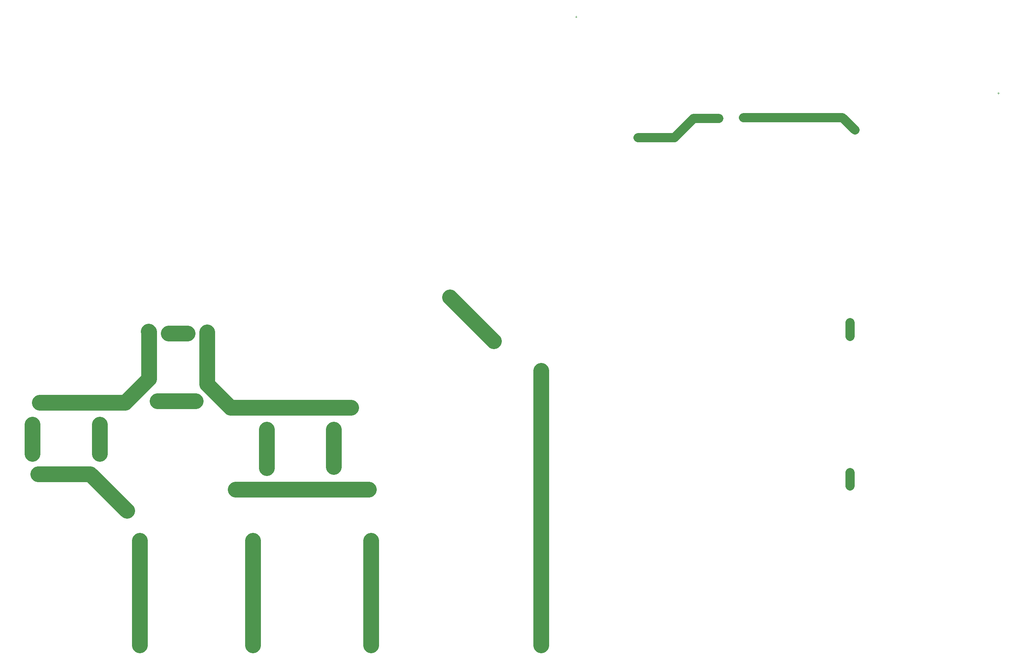
<source format=gm1>
G04 Layer_Color=16711935*
%FSLAX25Y25*%
%MOIN*%
G70*
G01*
G75*
%ADD80C,0.00394*%
%ADD134C,0.07874*%
%ADD135C,0.13780*%
D80*
X483169Y571457D02*
Y573032D01*
X482382Y572244D02*
X483957D01*
X849016Y505315D02*
Y506890D01*
X848228Y506102D02*
X849803D01*
D134*
X628248Y485000D02*
X708858D01*
X584842Y484055D02*
X606890D01*
X568405Y467618D02*
X584842Y484055D01*
X537008Y467618D02*
X568405D01*
X708661Y485000D02*
X714016D01*
X724902Y474114D01*
X720374Y295276D02*
Y307087D01*
Y165354D02*
Y177165D01*
D135*
X305555Y27559D02*
Y118110D01*
X188091Y162402D02*
X303445D01*
X183760Y233465D02*
X288189D01*
X163386Y253839D02*
X183760Y233465D01*
X163386Y253839D02*
Y299016D01*
X112894Y299606D02*
X113189Y299311D01*
Y258465D02*
Y299311D01*
X92421Y237697D02*
X113189Y258465D01*
X18406Y237697D02*
X92421D01*
X62205Y175984D02*
X94094Y144094D01*
X17126Y175984D02*
X62205D01*
X105315Y27559D02*
Y118110D01*
X203051Y27559D02*
Y118110D01*
X452854Y27559D02*
Y265551D01*
X373819Y329232D02*
X411713Y291339D01*
X12205Y193504D02*
Y218799D01*
X70571Y193504D02*
Y218799D01*
X120571Y239272D02*
X153543D01*
X130315Y297933D02*
X146654Y297933D01*
X273228Y182087D02*
Y214567D01*
X215157D02*
X215158Y181299D01*
M02*

</source>
